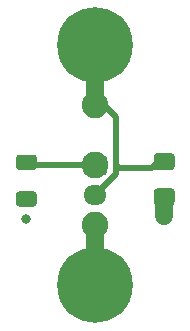
<source format=gbr>
%TF.GenerationSoftware,KiCad,Pcbnew,(5.1.7)-1*%
%TF.CreationDate,2020-11-24T20:57:24-06:00*%
%TF.ProjectId,025mag-PROBE-BOARD_REV2,3032356d-6167-42d5-9052-4f42452d424f,rev?*%
%TF.SameCoordinates,Original*%
%TF.FileFunction,Copper,L1,Top*%
%TF.FilePolarity,Positive*%
%FSLAX46Y46*%
G04 Gerber Fmt 4.6, Leading zero omitted, Abs format (unit mm)*
G04 Created by KiCad (PCBNEW (5.1.7)-1) date 2020-11-24 20:57:24*
%MOMM*%
%LPD*%
G01*
G04 APERTURE LIST*
%TA.AperFunction,ComponentPad*%
%ADD10C,1.800000*%
%TD*%
%TA.AperFunction,ComponentPad*%
%ADD11C,2.250000*%
%TD*%
%TA.AperFunction,ComponentPad*%
%ADD12O,1.950000X1.700000*%
%TD*%
%TA.AperFunction,ComponentPad*%
%ADD13C,6.400000*%
%TD*%
%TA.AperFunction,ViaPad*%
%ADD14C,0.800000*%
%TD*%
%TA.AperFunction,Conductor*%
%ADD15C,0.500000*%
%TD*%
%TA.AperFunction,Conductor*%
%ADD16C,1.500000*%
%TD*%
G04 APERTURE END LIST*
D10*
%TO.P,SW1,4*%
%TO.N,SIGNAL*%
X0Y-2540000D03*
D11*
%TO.P,SW1,3*%
%TO.N,VCC*%
X0Y0D03*
%TO.P,SW1,2*%
%TO.N,SIGNAL*%
X0Y5080000D03*
%TO.P,SW1,1*%
%TO.N,GND*%
X0Y-5080000D03*
%TD*%
D12*
%TO.P,REF\u002A\u002A,3*%
%TO.N,GND*%
X0Y-5000000D03*
%TO.P,REF\u002A\u002A,1*%
%TO.N,N/C*%
%TA.AperFunction,ComponentPad*%
G36*
G01*
X-725000Y850000D02*
X725000Y850000D01*
G75*
G02*
X975000Y600000I0J-250000D01*
G01*
X975000Y-600000D01*
G75*
G02*
X725000Y-850000I-250000J0D01*
G01*
X-725000Y-850000D01*
G75*
G02*
X-975000Y-600000I0J250000D01*
G01*
X-975000Y600000D01*
G75*
G02*
X-725000Y850000I250000J0D01*
G01*
G37*
%TD.AperFunction*%
%TO.P,REF\u002A\u002A,2*%
%TO.N,SIGNAL*%
X0Y-2500000D03*
%TD*%
%TO.P,D2,2*%
%TO.N,Net-(D2-Pad2)*%
%TA.AperFunction,SMDPad,CuDef*%
G36*
G01*
X5209000Y-1962500D02*
X6459000Y-1962500D01*
G75*
G02*
X6709000Y-2212500I0J-250000D01*
G01*
X6709000Y-3137500D01*
G75*
G02*
X6459000Y-3387500I-250000J0D01*
G01*
X5209000Y-3387500D01*
G75*
G02*
X4959000Y-3137500I0J250000D01*
G01*
X4959000Y-2212500D01*
G75*
G02*
X5209000Y-1962500I250000J0D01*
G01*
G37*
%TD.AperFunction*%
%TO.P,D2,1*%
%TO.N,SIGNAL*%
%TA.AperFunction,SMDPad,CuDef*%
G36*
G01*
X5209000Y1012500D02*
X6459000Y1012500D01*
G75*
G02*
X6709000Y762500I0J-250000D01*
G01*
X6709000Y-162500D01*
G75*
G02*
X6459000Y-412500I-250000J0D01*
G01*
X5209000Y-412500D01*
G75*
G02*
X4959000Y-162500I0J250000D01*
G01*
X4959000Y762500D01*
G75*
G02*
X5209000Y1012500I250000J0D01*
G01*
G37*
%TD.AperFunction*%
%TD*%
%TO.P,R1,2*%
%TO.N,Net-(D1-Pad2)*%
%TA.AperFunction,SMDPad,CuDef*%
G36*
G01*
X-6459001Y-2200000D02*
X-5208999Y-2200000D01*
G75*
G02*
X-4959000Y-2449999I0J-249999D01*
G01*
X-4959000Y-3250001D01*
G75*
G02*
X-5208999Y-3500000I-249999J0D01*
G01*
X-6459001Y-3500000D01*
G75*
G02*
X-6709000Y-3250001I0J249999D01*
G01*
X-6709000Y-2449999D01*
G75*
G02*
X-6459001Y-2200000I249999J0D01*
G01*
G37*
%TD.AperFunction*%
%TO.P,R1,1*%
%TO.N,VCC*%
%TA.AperFunction,SMDPad,CuDef*%
G36*
G01*
X-6459001Y900000D02*
X-5208999Y900000D01*
G75*
G02*
X-4959000Y650001I0J-249999D01*
G01*
X-4959000Y-150001D01*
G75*
G02*
X-5208999Y-400000I-249999J0D01*
G01*
X-6459001Y-400000D01*
G75*
G02*
X-6709000Y-150001I0J249999D01*
G01*
X-6709000Y650001D01*
G75*
G02*
X-6459001Y900000I249999J0D01*
G01*
G37*
%TD.AperFunction*%
%TD*%
D13*
%TO.P,MAG2,1*%
%TO.N,GND*%
X0Y-10160000D03*
%TD*%
%TO.P,MAG1,1*%
%TO.N,SIGNAL*%
X0Y10160000D03*
%TD*%
D14*
%TO.N,SIGNAL*%
X0Y12700000D03*
X2540000Y10160000D03*
X-2540000Y10160000D03*
X-1795800Y11955800D03*
X1795800Y11955800D03*
X1778000Y8364200D03*
X-1795800Y8364300D03*
%TO.N,GND*%
X0Y-7620000D03*
%TO.N,SIGNAL*%
X0Y7620000D03*
%TO.N,GND*%
X0Y-12700000D03*
X-1795800Y-8364200D03*
X2540000Y-10160000D03*
X-1795800Y-11955700D03*
X1778000Y-11955800D03*
X-2540000Y-10160000D03*
X1795800Y-8364200D03*
%TO.N,Net-(D1-Pad2)*%
X-5834000Y-4576000D03*
%TO.N,Net-(D2-Pad2)*%
X5834000Y-4326000D03*
%TD*%
D15*
%TO.N,VCC*%
X0Y0D02*
X-87000Y0D01*
X0Y0D02*
X-5334000Y0D01*
D16*
%TO.N,GND*%
X0Y-5080000D02*
X0Y-10750000D01*
%TO.N,SIGNAL*%
X0Y10750000D02*
X0Y5080000D01*
D15*
X0Y5080000D02*
X0Y4318000D01*
X0Y-2540000D02*
X0Y-2589500D01*
X0Y5080000D02*
X762000Y5080000D01*
X-508000Y4572000D02*
X0Y5080000D01*
X762000Y5080000D02*
X1778000Y4064000D01*
X1778000Y-762000D02*
X0Y-2540000D01*
X1978000Y-200000D02*
X1778000Y0D01*
X4826000Y-200000D02*
X1978000Y-200000D01*
X1778000Y0D02*
X1778000Y-762000D01*
X1778000Y4064000D02*
X1778000Y0D01*
X5326000Y300000D02*
X4826000Y-200000D01*
X5834000Y300000D02*
X5326000Y300000D01*
D16*
%TO.N,Net-(D2-Pad2)*%
X5834000Y-2675000D02*
X5834000Y-4326000D01*
%TD*%
M02*

</source>
